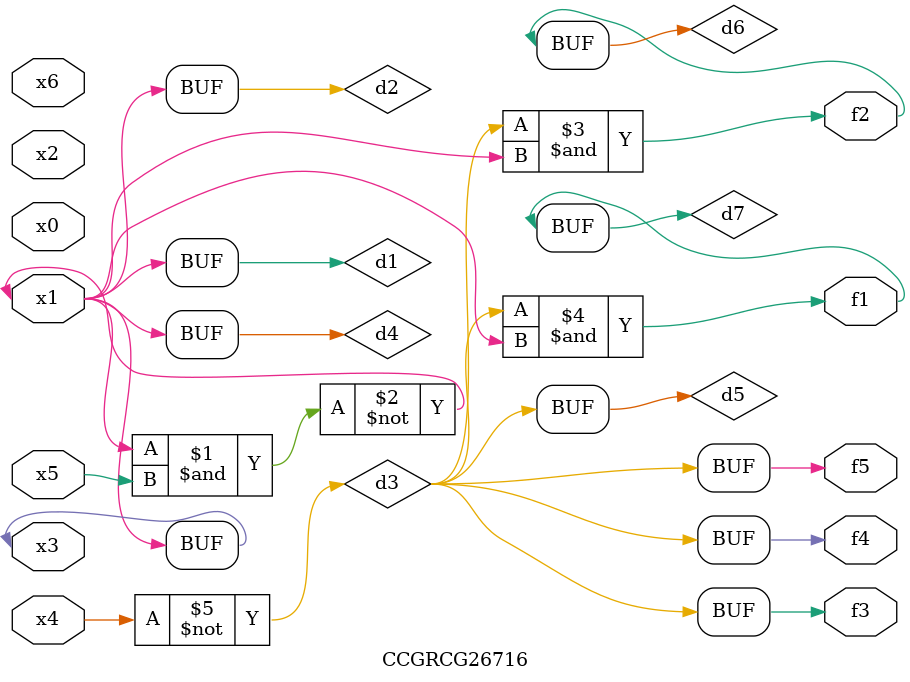
<source format=v>
module CCGRCG26716(
	input x0, x1, x2, x3, x4, x5, x6,
	output f1, f2, f3, f4, f5
);

	wire d1, d2, d3, d4, d5, d6, d7;

	buf (d1, x1, x3);
	nand (d2, x1, x5);
	not (d3, x4);
	buf (d4, d1, d2);
	buf (d5, d3);
	and (d6, d3, d4);
	and (d7, d3, d4);
	assign f1 = d7;
	assign f2 = d6;
	assign f3 = d5;
	assign f4 = d5;
	assign f5 = d5;
endmodule

</source>
